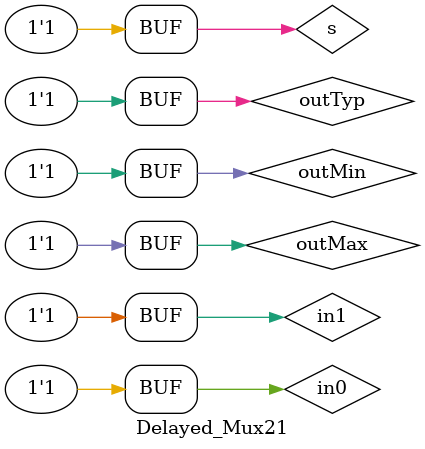
<source format=v>
/* 
    Typical, Maximum, Minimum
    Question 2
 */
module Delayed_Mux21;

    reg in1, in0, s;
    wire outMin, outTyp, outMax;

    bufif1 #(1, 3, 5) (outMin, in1, s);
    bufif0 #(1, 3, 5) (outMin, in0, s);

    bufif1 #(2, 4, 6) (outTyp, in1, s);
    bufif0 #(2, 4, 6) (outTyp, in0, s);

    bufif1 #(3, 5, 7) (outMax, in1, s);
    bufif0 #(3, 5, 7) (outMax, in0, s);

    initial begin

        {in1, in0, s} = 3'b000;
    #10
        {in1, in0, s} = 3'b010;
    #10
        {in1, in0, s} = 3'b100;
    #10
        {in1, in0, s} = 3'b110;
    #10
        {in1, in0, s} = 3'b001;
    #10
        {in1, in0, s} = 3'b011;
    #10
        {in1, in0, s} = 3'b101;
    #10
        {in1, in0, s} = 3'b111;

    end

endmodule    
//Parsa
</source>
